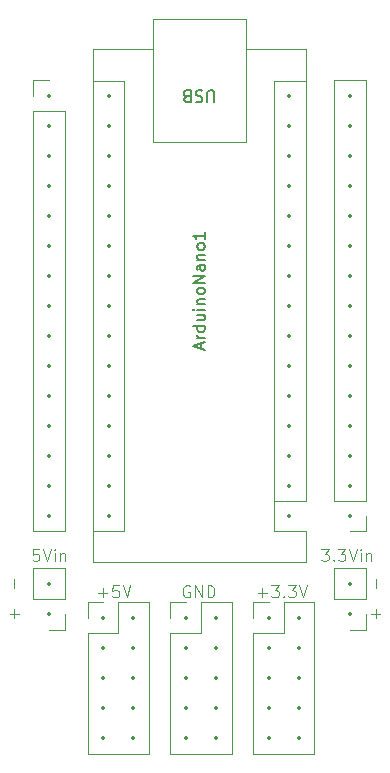
<source format=gto>
%TF.GenerationSoftware,KiCad,Pcbnew,8.0.5*%
%TF.CreationDate,2024-12-11T17:13:53+10:00*%
%TF.ProjectId,arduino,61726475-696e-46f2-9e6b-696361645f70,rev?*%
%TF.SameCoordinates,Original*%
%TF.FileFunction,Legend,Top*%
%TF.FilePolarity,Positive*%
%FSLAX46Y46*%
G04 Gerber Fmt 4.6, Leading zero omitted, Abs format (unit mm)*
G04 Created by KiCad (PCBNEW 8.0.5) date 2024-12-11 17:13:53*
%MOMM*%
%LPD*%
G01*
G04 APERTURE LIST*
%ADD10C,0.100000*%
%ADD11C,0.150000*%
%ADD12C,0.120000*%
%ADD13C,0.350000*%
G04 APERTURE END LIST*
D10*
X138083884Y-115831466D02*
X138845789Y-115831466D01*
X138464836Y-116212419D02*
X138464836Y-115450514D01*
X139798169Y-115212419D02*
X139321979Y-115212419D01*
X139321979Y-115212419D02*
X139274360Y-115688609D01*
X139274360Y-115688609D02*
X139321979Y-115640990D01*
X139321979Y-115640990D02*
X139417217Y-115593371D01*
X139417217Y-115593371D02*
X139655312Y-115593371D01*
X139655312Y-115593371D02*
X139750550Y-115640990D01*
X139750550Y-115640990D02*
X139798169Y-115688609D01*
X139798169Y-115688609D02*
X139845788Y-115783847D01*
X139845788Y-115783847D02*
X139845788Y-116021942D01*
X139845788Y-116021942D02*
X139798169Y-116117180D01*
X139798169Y-116117180D02*
X139750550Y-116164800D01*
X139750550Y-116164800D02*
X139655312Y-116212419D01*
X139655312Y-116212419D02*
X139417217Y-116212419D01*
X139417217Y-116212419D02*
X139321979Y-116164800D01*
X139321979Y-116164800D02*
X139274360Y-116117180D01*
X140131503Y-115212419D02*
X140464836Y-116212419D01*
X140464836Y-116212419D02*
X140798169Y-115212419D01*
X145807693Y-115260038D02*
X145712455Y-115212419D01*
X145712455Y-115212419D02*
X145569598Y-115212419D01*
X145569598Y-115212419D02*
X145426741Y-115260038D01*
X145426741Y-115260038D02*
X145331503Y-115355276D01*
X145331503Y-115355276D02*
X145283884Y-115450514D01*
X145283884Y-115450514D02*
X145236265Y-115640990D01*
X145236265Y-115640990D02*
X145236265Y-115783847D01*
X145236265Y-115783847D02*
X145283884Y-115974323D01*
X145283884Y-115974323D02*
X145331503Y-116069561D01*
X145331503Y-116069561D02*
X145426741Y-116164800D01*
X145426741Y-116164800D02*
X145569598Y-116212419D01*
X145569598Y-116212419D02*
X145664836Y-116212419D01*
X145664836Y-116212419D02*
X145807693Y-116164800D01*
X145807693Y-116164800D02*
X145855312Y-116117180D01*
X145855312Y-116117180D02*
X145855312Y-115783847D01*
X145855312Y-115783847D02*
X145664836Y-115783847D01*
X146283884Y-116212419D02*
X146283884Y-115212419D01*
X146283884Y-115212419D02*
X146855312Y-116212419D01*
X146855312Y-116212419D02*
X146855312Y-115212419D01*
X147331503Y-116212419D02*
X147331503Y-115212419D01*
X147331503Y-115212419D02*
X147569598Y-115212419D01*
X147569598Y-115212419D02*
X147712455Y-115260038D01*
X147712455Y-115260038D02*
X147807693Y-115355276D01*
X147807693Y-115355276D02*
X147855312Y-115450514D01*
X147855312Y-115450514D02*
X147902931Y-115640990D01*
X147902931Y-115640990D02*
X147902931Y-115783847D01*
X147902931Y-115783847D02*
X147855312Y-115974323D01*
X147855312Y-115974323D02*
X147807693Y-116069561D01*
X147807693Y-116069561D02*
X147712455Y-116164800D01*
X147712455Y-116164800D02*
X147569598Y-116212419D01*
X147569598Y-116212419D02*
X147331503Y-116212419D01*
X130971466Y-117980163D02*
X130971466Y-117218259D01*
X131352419Y-117599211D02*
X130590514Y-117599211D01*
X133034836Y-112137419D02*
X132558646Y-112137419D01*
X132558646Y-112137419D02*
X132511027Y-112613609D01*
X132511027Y-112613609D02*
X132558646Y-112565990D01*
X132558646Y-112565990D02*
X132653884Y-112518371D01*
X132653884Y-112518371D02*
X132891979Y-112518371D01*
X132891979Y-112518371D02*
X132987217Y-112565990D01*
X132987217Y-112565990D02*
X133034836Y-112613609D01*
X133034836Y-112613609D02*
X133082455Y-112708847D01*
X133082455Y-112708847D02*
X133082455Y-112946942D01*
X133082455Y-112946942D02*
X133034836Y-113042180D01*
X133034836Y-113042180D02*
X132987217Y-113089800D01*
X132987217Y-113089800D02*
X132891979Y-113137419D01*
X132891979Y-113137419D02*
X132653884Y-113137419D01*
X132653884Y-113137419D02*
X132558646Y-113089800D01*
X132558646Y-113089800D02*
X132511027Y-113042180D01*
X133368170Y-112137419D02*
X133701503Y-113137419D01*
X133701503Y-113137419D02*
X134034836Y-112137419D01*
X134368170Y-113137419D02*
X134368170Y-112470752D01*
X134368170Y-112137419D02*
X134320551Y-112185038D01*
X134320551Y-112185038D02*
X134368170Y-112232657D01*
X134368170Y-112232657D02*
X134415789Y-112185038D01*
X134415789Y-112185038D02*
X134368170Y-112137419D01*
X134368170Y-112137419D02*
X134368170Y-112232657D01*
X134844360Y-112470752D02*
X134844360Y-113137419D01*
X134844360Y-112565990D02*
X134891979Y-112518371D01*
X134891979Y-112518371D02*
X134987217Y-112470752D01*
X134987217Y-112470752D02*
X135130074Y-112470752D01*
X135130074Y-112470752D02*
X135225312Y-112518371D01*
X135225312Y-112518371D02*
X135272931Y-112613609D01*
X135272931Y-112613609D02*
X135272931Y-113137419D01*
X151583884Y-115831466D02*
X152345789Y-115831466D01*
X151964836Y-116212419D02*
X151964836Y-115450514D01*
X152726741Y-115212419D02*
X153345788Y-115212419D01*
X153345788Y-115212419D02*
X153012455Y-115593371D01*
X153012455Y-115593371D02*
X153155312Y-115593371D01*
X153155312Y-115593371D02*
X153250550Y-115640990D01*
X153250550Y-115640990D02*
X153298169Y-115688609D01*
X153298169Y-115688609D02*
X153345788Y-115783847D01*
X153345788Y-115783847D02*
X153345788Y-116021942D01*
X153345788Y-116021942D02*
X153298169Y-116117180D01*
X153298169Y-116117180D02*
X153250550Y-116164800D01*
X153250550Y-116164800D02*
X153155312Y-116212419D01*
X153155312Y-116212419D02*
X152869598Y-116212419D01*
X152869598Y-116212419D02*
X152774360Y-116164800D01*
X152774360Y-116164800D02*
X152726741Y-116117180D01*
X153774360Y-116117180D02*
X153821979Y-116164800D01*
X153821979Y-116164800D02*
X153774360Y-116212419D01*
X153774360Y-116212419D02*
X153726741Y-116164800D01*
X153726741Y-116164800D02*
X153774360Y-116117180D01*
X153774360Y-116117180D02*
X153774360Y-116212419D01*
X154155312Y-115212419D02*
X154774359Y-115212419D01*
X154774359Y-115212419D02*
X154441026Y-115593371D01*
X154441026Y-115593371D02*
X154583883Y-115593371D01*
X154583883Y-115593371D02*
X154679121Y-115640990D01*
X154679121Y-115640990D02*
X154726740Y-115688609D01*
X154726740Y-115688609D02*
X154774359Y-115783847D01*
X154774359Y-115783847D02*
X154774359Y-116021942D01*
X154774359Y-116021942D02*
X154726740Y-116117180D01*
X154726740Y-116117180D02*
X154679121Y-116164800D01*
X154679121Y-116164800D02*
X154583883Y-116212419D01*
X154583883Y-116212419D02*
X154298169Y-116212419D01*
X154298169Y-116212419D02*
X154202931Y-116164800D01*
X154202931Y-116164800D02*
X154155312Y-116117180D01*
X155060074Y-115212419D02*
X155393407Y-116212419D01*
X155393407Y-116212419D02*
X155726740Y-115212419D01*
X156949123Y-112137419D02*
X157568170Y-112137419D01*
X157568170Y-112137419D02*
X157234837Y-112518371D01*
X157234837Y-112518371D02*
X157377694Y-112518371D01*
X157377694Y-112518371D02*
X157472932Y-112565990D01*
X157472932Y-112565990D02*
X157520551Y-112613609D01*
X157520551Y-112613609D02*
X157568170Y-112708847D01*
X157568170Y-112708847D02*
X157568170Y-112946942D01*
X157568170Y-112946942D02*
X157520551Y-113042180D01*
X157520551Y-113042180D02*
X157472932Y-113089800D01*
X157472932Y-113089800D02*
X157377694Y-113137419D01*
X157377694Y-113137419D02*
X157091980Y-113137419D01*
X157091980Y-113137419D02*
X156996742Y-113089800D01*
X156996742Y-113089800D02*
X156949123Y-113042180D01*
X157996742Y-113042180D02*
X158044361Y-113089800D01*
X158044361Y-113089800D02*
X157996742Y-113137419D01*
X157996742Y-113137419D02*
X157949123Y-113089800D01*
X157949123Y-113089800D02*
X157996742Y-113042180D01*
X157996742Y-113042180D02*
X157996742Y-113137419D01*
X158377694Y-112137419D02*
X158996741Y-112137419D01*
X158996741Y-112137419D02*
X158663408Y-112518371D01*
X158663408Y-112518371D02*
X158806265Y-112518371D01*
X158806265Y-112518371D02*
X158901503Y-112565990D01*
X158901503Y-112565990D02*
X158949122Y-112613609D01*
X158949122Y-112613609D02*
X158996741Y-112708847D01*
X158996741Y-112708847D02*
X158996741Y-112946942D01*
X158996741Y-112946942D02*
X158949122Y-113042180D01*
X158949122Y-113042180D02*
X158901503Y-113089800D01*
X158901503Y-113089800D02*
X158806265Y-113137419D01*
X158806265Y-113137419D02*
X158520551Y-113137419D01*
X158520551Y-113137419D02*
X158425313Y-113089800D01*
X158425313Y-113089800D02*
X158377694Y-113042180D01*
X159282456Y-112137419D02*
X159615789Y-113137419D01*
X159615789Y-113137419D02*
X159949122Y-112137419D01*
X160282456Y-113137419D02*
X160282456Y-112470752D01*
X160282456Y-112137419D02*
X160234837Y-112185038D01*
X160234837Y-112185038D02*
X160282456Y-112232657D01*
X160282456Y-112232657D02*
X160330075Y-112185038D01*
X160330075Y-112185038D02*
X160282456Y-112137419D01*
X160282456Y-112137419D02*
X160282456Y-112232657D01*
X160758646Y-112470752D02*
X160758646Y-113137419D01*
X160758646Y-112565990D02*
X160806265Y-112518371D01*
X160806265Y-112518371D02*
X160901503Y-112470752D01*
X160901503Y-112470752D02*
X161044360Y-112470752D01*
X161044360Y-112470752D02*
X161139598Y-112518371D01*
X161139598Y-112518371D02*
X161187217Y-112613609D01*
X161187217Y-112613609D02*
X161187217Y-113137419D01*
X161571466Y-115440163D02*
X161571466Y-114678259D01*
X130971466Y-115440163D02*
X130971466Y-114678259D01*
X161571466Y-117980163D02*
X161571466Y-117218259D01*
X161952419Y-117599211D02*
X161190514Y-117599211D01*
D11*
X146809104Y-95202380D02*
X146809104Y-94726190D01*
X147094819Y-95297618D02*
X146094819Y-94964285D01*
X146094819Y-94964285D02*
X147094819Y-94630952D01*
X147094819Y-94297618D02*
X146428152Y-94297618D01*
X146618628Y-94297618D02*
X146523390Y-94249999D01*
X146523390Y-94249999D02*
X146475771Y-94202380D01*
X146475771Y-94202380D02*
X146428152Y-94107142D01*
X146428152Y-94107142D02*
X146428152Y-94011904D01*
X147094819Y-93249999D02*
X146094819Y-93249999D01*
X147047200Y-93249999D02*
X147094819Y-93345237D01*
X147094819Y-93345237D02*
X147094819Y-93535713D01*
X147094819Y-93535713D02*
X147047200Y-93630951D01*
X147047200Y-93630951D02*
X146999580Y-93678570D01*
X146999580Y-93678570D02*
X146904342Y-93726189D01*
X146904342Y-93726189D02*
X146618628Y-93726189D01*
X146618628Y-93726189D02*
X146523390Y-93678570D01*
X146523390Y-93678570D02*
X146475771Y-93630951D01*
X146475771Y-93630951D02*
X146428152Y-93535713D01*
X146428152Y-93535713D02*
X146428152Y-93345237D01*
X146428152Y-93345237D02*
X146475771Y-93249999D01*
X146428152Y-92345237D02*
X147094819Y-92345237D01*
X146428152Y-92773808D02*
X146951961Y-92773808D01*
X146951961Y-92773808D02*
X147047200Y-92726189D01*
X147047200Y-92726189D02*
X147094819Y-92630951D01*
X147094819Y-92630951D02*
X147094819Y-92488094D01*
X147094819Y-92488094D02*
X147047200Y-92392856D01*
X147047200Y-92392856D02*
X146999580Y-92345237D01*
X147094819Y-91869046D02*
X146428152Y-91869046D01*
X146094819Y-91869046D02*
X146142438Y-91916665D01*
X146142438Y-91916665D02*
X146190057Y-91869046D01*
X146190057Y-91869046D02*
X146142438Y-91821427D01*
X146142438Y-91821427D02*
X146094819Y-91869046D01*
X146094819Y-91869046D02*
X146190057Y-91869046D01*
X146428152Y-91392856D02*
X147094819Y-91392856D01*
X146523390Y-91392856D02*
X146475771Y-91345237D01*
X146475771Y-91345237D02*
X146428152Y-91249999D01*
X146428152Y-91249999D02*
X146428152Y-91107142D01*
X146428152Y-91107142D02*
X146475771Y-91011904D01*
X146475771Y-91011904D02*
X146571009Y-90964285D01*
X146571009Y-90964285D02*
X147094819Y-90964285D01*
X147094819Y-90345237D02*
X147047200Y-90440475D01*
X147047200Y-90440475D02*
X146999580Y-90488094D01*
X146999580Y-90488094D02*
X146904342Y-90535713D01*
X146904342Y-90535713D02*
X146618628Y-90535713D01*
X146618628Y-90535713D02*
X146523390Y-90488094D01*
X146523390Y-90488094D02*
X146475771Y-90440475D01*
X146475771Y-90440475D02*
X146428152Y-90345237D01*
X146428152Y-90345237D02*
X146428152Y-90202380D01*
X146428152Y-90202380D02*
X146475771Y-90107142D01*
X146475771Y-90107142D02*
X146523390Y-90059523D01*
X146523390Y-90059523D02*
X146618628Y-90011904D01*
X146618628Y-90011904D02*
X146904342Y-90011904D01*
X146904342Y-90011904D02*
X146999580Y-90059523D01*
X146999580Y-90059523D02*
X147047200Y-90107142D01*
X147047200Y-90107142D02*
X147094819Y-90202380D01*
X147094819Y-90202380D02*
X147094819Y-90345237D01*
X147094819Y-89583332D02*
X146094819Y-89583332D01*
X146094819Y-89583332D02*
X147094819Y-89011904D01*
X147094819Y-89011904D02*
X146094819Y-89011904D01*
X147094819Y-88107142D02*
X146571009Y-88107142D01*
X146571009Y-88107142D02*
X146475771Y-88154761D01*
X146475771Y-88154761D02*
X146428152Y-88249999D01*
X146428152Y-88249999D02*
X146428152Y-88440475D01*
X146428152Y-88440475D02*
X146475771Y-88535713D01*
X147047200Y-88107142D02*
X147094819Y-88202380D01*
X147094819Y-88202380D02*
X147094819Y-88440475D01*
X147094819Y-88440475D02*
X147047200Y-88535713D01*
X147047200Y-88535713D02*
X146951961Y-88583332D01*
X146951961Y-88583332D02*
X146856723Y-88583332D01*
X146856723Y-88583332D02*
X146761485Y-88535713D01*
X146761485Y-88535713D02*
X146713866Y-88440475D01*
X146713866Y-88440475D02*
X146713866Y-88202380D01*
X146713866Y-88202380D02*
X146666247Y-88107142D01*
X146428152Y-87630951D02*
X147094819Y-87630951D01*
X146523390Y-87630951D02*
X146475771Y-87583332D01*
X146475771Y-87583332D02*
X146428152Y-87488094D01*
X146428152Y-87488094D02*
X146428152Y-87345237D01*
X146428152Y-87345237D02*
X146475771Y-87249999D01*
X146475771Y-87249999D02*
X146571009Y-87202380D01*
X146571009Y-87202380D02*
X147094819Y-87202380D01*
X147094819Y-86583332D02*
X147047200Y-86678570D01*
X147047200Y-86678570D02*
X146999580Y-86726189D01*
X146999580Y-86726189D02*
X146904342Y-86773808D01*
X146904342Y-86773808D02*
X146618628Y-86773808D01*
X146618628Y-86773808D02*
X146523390Y-86726189D01*
X146523390Y-86726189D02*
X146475771Y-86678570D01*
X146475771Y-86678570D02*
X146428152Y-86583332D01*
X146428152Y-86583332D02*
X146428152Y-86440475D01*
X146428152Y-86440475D02*
X146475771Y-86345237D01*
X146475771Y-86345237D02*
X146523390Y-86297618D01*
X146523390Y-86297618D02*
X146618628Y-86249999D01*
X146618628Y-86249999D02*
X146904342Y-86249999D01*
X146904342Y-86249999D02*
X146999580Y-86297618D01*
X146999580Y-86297618D02*
X147047200Y-86345237D01*
X147047200Y-86345237D02*
X147094819Y-86440475D01*
X147094819Y-86440475D02*
X147094819Y-86583332D01*
X147094819Y-85297618D02*
X147094819Y-85869046D01*
X147094819Y-85583332D02*
X146094819Y-85583332D01*
X146094819Y-85583332D02*
X146237676Y-85678570D01*
X146237676Y-85678570D02*
X146332914Y-85773808D01*
X146332914Y-85773808D02*
X146380533Y-85869046D01*
X147891904Y-74285180D02*
X147891904Y-73475657D01*
X147891904Y-73475657D02*
X147844285Y-73380419D01*
X147844285Y-73380419D02*
X147796666Y-73332800D01*
X147796666Y-73332800D02*
X147701428Y-73285180D01*
X147701428Y-73285180D02*
X147510952Y-73285180D01*
X147510952Y-73285180D02*
X147415714Y-73332800D01*
X147415714Y-73332800D02*
X147368095Y-73380419D01*
X147368095Y-73380419D02*
X147320476Y-73475657D01*
X147320476Y-73475657D02*
X147320476Y-74285180D01*
X146891904Y-73332800D02*
X146749047Y-73285180D01*
X146749047Y-73285180D02*
X146510952Y-73285180D01*
X146510952Y-73285180D02*
X146415714Y-73332800D01*
X146415714Y-73332800D02*
X146368095Y-73380419D01*
X146368095Y-73380419D02*
X146320476Y-73475657D01*
X146320476Y-73475657D02*
X146320476Y-73570895D01*
X146320476Y-73570895D02*
X146368095Y-73666133D01*
X146368095Y-73666133D02*
X146415714Y-73713752D01*
X146415714Y-73713752D02*
X146510952Y-73761371D01*
X146510952Y-73761371D02*
X146701428Y-73808990D01*
X146701428Y-73808990D02*
X146796666Y-73856609D01*
X146796666Y-73856609D02*
X146844285Y-73904228D01*
X146844285Y-73904228D02*
X146891904Y-73999466D01*
X146891904Y-73999466D02*
X146891904Y-74094704D01*
X146891904Y-74094704D02*
X146844285Y-74189942D01*
X146844285Y-74189942D02*
X146796666Y-74237561D01*
X146796666Y-74237561D02*
X146701428Y-74285180D01*
X146701428Y-74285180D02*
X146463333Y-74285180D01*
X146463333Y-74285180D02*
X146320476Y-74237561D01*
X145558571Y-73808990D02*
X145415714Y-73761371D01*
X145415714Y-73761371D02*
X145368095Y-73713752D01*
X145368095Y-73713752D02*
X145320476Y-73618514D01*
X145320476Y-73618514D02*
X145320476Y-73475657D01*
X145320476Y-73475657D02*
X145368095Y-73380419D01*
X145368095Y-73380419D02*
X145415714Y-73332800D01*
X145415714Y-73332800D02*
X145510952Y-73285180D01*
X145510952Y-73285180D02*
X145891904Y-73285180D01*
X145891904Y-73285180D02*
X145891904Y-74285180D01*
X145891904Y-74285180D02*
X145558571Y-74285180D01*
X145558571Y-74285180D02*
X145463333Y-74237561D01*
X145463333Y-74237561D02*
X145415714Y-74189942D01*
X145415714Y-74189942D02*
X145368095Y-74094704D01*
X145368095Y-74094704D02*
X145368095Y-73999466D01*
X145368095Y-73999466D02*
X145415714Y-73904228D01*
X145415714Y-73904228D02*
X145463333Y-73856609D01*
X145463333Y-73856609D02*
X145558571Y-73808990D01*
X145558571Y-73808990D02*
X145891904Y-73808990D01*
D12*
%TO.C,3.3Vbar1*%
X151170000Y-116650000D02*
X152500000Y-116650000D01*
X151170000Y-117980000D02*
X151170000Y-116650000D01*
X151170000Y-119250000D02*
X151170000Y-129470000D01*
X151170000Y-119250000D02*
X153770000Y-119250000D01*
X151170000Y-129470000D02*
X156370000Y-129470000D01*
X153770000Y-116650000D02*
X156370000Y-116650000D01*
X153770000Y-119250000D02*
X153770000Y-116650000D01*
X156370000Y-116650000D02*
X156370000Y-129470000D01*
%TO.C,5Vbar1*%
X137170000Y-116650000D02*
X138500000Y-116650000D01*
X137170000Y-117980000D02*
X137170000Y-116650000D01*
X137170000Y-119250000D02*
X137170000Y-129470000D01*
X137170000Y-119250000D02*
X139770000Y-119250000D01*
X137170000Y-129470000D02*
X142370000Y-129470000D01*
X139770000Y-116650000D02*
X142370000Y-116650000D01*
X139770000Y-119250000D02*
X139770000Y-116650000D01*
X142370000Y-116650000D02*
X142370000Y-129470000D01*
%TO.C,Expansion1*%
X158050000Y-108020000D02*
X158050000Y-72400000D01*
X160710000Y-72400000D02*
X158050000Y-72400000D01*
X160710000Y-108020000D02*
X158050000Y-108020000D01*
X160710000Y-108020000D02*
X160710000Y-72400000D01*
X160710000Y-109290000D02*
X160710000Y-110620000D01*
X160710000Y-110620000D02*
X159380000Y-110620000D01*
%TO.C,5Vin1*%
X132570000Y-116345000D02*
X132570000Y-113745000D01*
X135230000Y-113745000D02*
X132570000Y-113745000D01*
X135230000Y-116345000D02*
X132570000Y-116345000D01*
X135230000Y-116345000D02*
X135230000Y-113745000D01*
X135230000Y-117615000D02*
X135230000Y-118945000D01*
X135230000Y-118945000D02*
X133900000Y-118945000D01*
%TO.C,powerIN2*%
X158050000Y-116345000D02*
X158050000Y-113745000D01*
X160710000Y-113745000D02*
X158050000Y-113745000D01*
X160710000Y-116345000D02*
X158050000Y-116345000D01*
X160710000Y-116345000D02*
X160710000Y-113745000D01*
X160710000Y-117615000D02*
X160710000Y-118945000D01*
X160710000Y-118945000D02*
X159380000Y-118945000D01*
%TO.C,GNDBar1*%
X144170000Y-116650000D02*
X145500000Y-116650000D01*
X144170000Y-117980000D02*
X144170000Y-116650000D01*
X144170000Y-119250000D02*
X144170000Y-129470000D01*
X144170000Y-119250000D02*
X146770000Y-119250000D01*
X144170000Y-129470000D02*
X149370000Y-129470000D01*
X146770000Y-116650000D02*
X149370000Y-116650000D01*
X146770000Y-119250000D02*
X146770000Y-116650000D01*
X149370000Y-116650000D02*
X149370000Y-129470000D01*
%TO.C,Expansion2*%
X132570000Y-72410000D02*
X133900000Y-72410000D01*
X132570000Y-73740000D02*
X132570000Y-72410000D01*
X132570000Y-75010000D02*
X132570000Y-110630000D01*
X132570000Y-75010000D02*
X135230000Y-75010000D01*
X132570000Y-110630000D02*
X135230000Y-110630000D01*
X135230000Y-75010000D02*
X135230000Y-110630000D01*
%TO.C,ArduinoNano1*%
X137610000Y-69800000D02*
X137610000Y-113240000D01*
X137610000Y-69800000D02*
X142690000Y-69800000D01*
X137610000Y-113240000D02*
X155650000Y-113240000D01*
X140280000Y-72470000D02*
X137610000Y-72470000D01*
X140280000Y-110570000D02*
X137610000Y-110570000D01*
X140280000Y-110570000D02*
X140280000Y-72470000D01*
X142690000Y-67260000D02*
X150570000Y-67260000D01*
X142690000Y-77680000D02*
X142690000Y-67260000D01*
X150570000Y-67260000D02*
X150570000Y-77680000D01*
X150570000Y-77680000D02*
X142690000Y-77680000D01*
X152980000Y-72470000D02*
X155650000Y-72470000D01*
X152980000Y-108030000D02*
X152980000Y-72470000D01*
X152980000Y-108030000D02*
X152980000Y-110570000D01*
X152980000Y-108030000D02*
X155650000Y-108030000D01*
X152980000Y-110570000D02*
X155650000Y-110570000D01*
X155650000Y-69800000D02*
X150570000Y-69800000D01*
X155650000Y-108030000D02*
X155650000Y-69800000D01*
X155650000Y-113240000D02*
X155650000Y-110570000D01*
%TD*%
D13*
X152500000Y-117980000D03*
X155040000Y-117980000D03*
X152500000Y-120520000D03*
X155040000Y-120520000D03*
X152500000Y-123060000D03*
X155040000Y-123060000D03*
X152500000Y-125600000D03*
X155040000Y-125600000D03*
X152500000Y-128140000D03*
X155040000Y-128140000D03*
X138500000Y-117980000D03*
X141040000Y-117980000D03*
X138500000Y-120520000D03*
X141040000Y-120520000D03*
X138500000Y-123060000D03*
X141040000Y-123060000D03*
X138500000Y-125600000D03*
X141040000Y-125600000D03*
X138500000Y-128140000D03*
X141040000Y-128140000D03*
X159380000Y-109290000D03*
X159380000Y-106750000D03*
X159380000Y-104210000D03*
X159380000Y-101670000D03*
X159380000Y-99130000D03*
X159380000Y-96590000D03*
X159380000Y-94050000D03*
X159380000Y-91510000D03*
X159380000Y-88970000D03*
X159380000Y-86430000D03*
X159380000Y-83890000D03*
X159380000Y-81350000D03*
X159380000Y-78810000D03*
X159380000Y-76270000D03*
X159380000Y-73730000D03*
X133900000Y-117615000D03*
X133900000Y-115075000D03*
X159380000Y-117615000D03*
X159380000Y-115075000D03*
X145500000Y-117980000D03*
X148040000Y-117980000D03*
X145500000Y-120520000D03*
X148040000Y-120520000D03*
X145500000Y-123060000D03*
X148040000Y-123060000D03*
X145500000Y-125600000D03*
X148040000Y-125600000D03*
X145500000Y-128140000D03*
X148040000Y-128140000D03*
X133900000Y-73740000D03*
X133900000Y-76280000D03*
X133900000Y-78820000D03*
X133900000Y-81360000D03*
X133900000Y-83900000D03*
X133900000Y-86440000D03*
X133900000Y-88980000D03*
X133900000Y-91520000D03*
X133900000Y-94060000D03*
X133900000Y-96600000D03*
X133900000Y-99140000D03*
X133900000Y-101680000D03*
X133900000Y-104220000D03*
X133900000Y-106760000D03*
X133900000Y-109300000D03*
X154250000Y-109300000D03*
X154250000Y-106760000D03*
X154250000Y-104220000D03*
X154250000Y-101680000D03*
X154250000Y-99140000D03*
X154250000Y-96600000D03*
X154250000Y-94060000D03*
X154250000Y-91520000D03*
X154250000Y-88980000D03*
X154250000Y-86440000D03*
X154250000Y-83900000D03*
X154250000Y-81360000D03*
X154250000Y-78820000D03*
X154250000Y-76280000D03*
X154250000Y-73740000D03*
X139010000Y-73740000D03*
X139010000Y-76280000D03*
X139010000Y-78820000D03*
X139010000Y-81360000D03*
X139010000Y-83900000D03*
X139010000Y-86440000D03*
X139010000Y-88980000D03*
X139010000Y-91520000D03*
X139010000Y-94060000D03*
X139010000Y-96600000D03*
X139010000Y-99140000D03*
X139010000Y-101680000D03*
X139010000Y-104220000D03*
X139010000Y-106760000D03*
X139010000Y-109300000D03*
M02*

</source>
